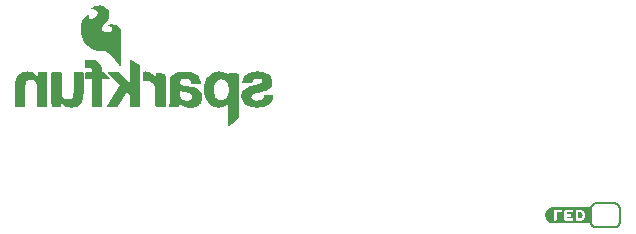
<source format=gbo>
G04 EAGLE Gerber RS-274X export*
G75*
%MOMM*%
%FSLAX34Y34*%
%LPD*%
%INSilkscreen Bottom*%
%IPPOS*%
%AMOC8*
5,1,8,0,0,1.08239X$1,22.5*%
G01*
%ADD10C,0.203200*%

G36*
X145238Y145002D02*
X145238Y145002D01*
X145325Y145005D01*
X145325Y145006D01*
X145326Y145006D01*
X145401Y145047D01*
X145477Y145088D01*
X145477Y145089D01*
X145478Y145089D01*
X145529Y145161D01*
X145577Y145230D01*
X145577Y145231D01*
X145578Y145238D01*
X145604Y145372D01*
X145604Y172972D01*
X145600Y172992D01*
X145601Y173019D01*
X145401Y174619D01*
X145390Y174651D01*
X145382Y174700D01*
X144882Y176100D01*
X144874Y176112D01*
X144870Y176129D01*
X144370Y177229D01*
X144352Y177253D01*
X144336Y177290D01*
X143636Y178290D01*
X143617Y178307D01*
X143606Y178326D01*
X143584Y178342D01*
X143557Y178372D01*
X142657Y179072D01*
X142646Y179077D01*
X142635Y179088D01*
X141735Y179688D01*
X141704Y179700D01*
X141665Y179725D01*
X140665Y180125D01*
X140650Y180127D01*
X140633Y180136D01*
X139633Y180436D01*
X139614Y180437D01*
X139592Y180446D01*
X138492Y180646D01*
X138463Y180645D01*
X138424Y180652D01*
X136724Y180652D01*
X136701Y180647D01*
X136670Y180648D01*
X135970Y180548D01*
X135937Y180535D01*
X135883Y180525D01*
X135393Y180329D01*
X135162Y180252D01*
X135024Y180252D01*
X134855Y180213D01*
X134722Y180103D01*
X134651Y179944D01*
X134657Y179771D01*
X134740Y179619D01*
X134882Y179519D01*
X135003Y179496D01*
X135213Y179356D01*
X135244Y179344D01*
X135332Y179303D01*
X135657Y179222D01*
X135996Y178968D01*
X136012Y178961D01*
X136028Y178946D01*
X136988Y178370D01*
X137322Y178036D01*
X137576Y177612D01*
X137744Y177110D01*
X137744Y176534D01*
X137575Y176028D01*
X137210Y175390D01*
X136763Y174853D01*
X136134Y174404D01*
X135296Y174031D01*
X134285Y173755D01*
X132785Y173849D01*
X131371Y174226D01*
X130285Y174860D01*
X129558Y175860D01*
X129110Y176935D01*
X129199Y178186D01*
X129753Y179571D01*
X131002Y181013D01*
X132693Y182703D01*
X132707Y182725D01*
X132732Y182749D01*
X134032Y184549D01*
X134038Y184564D01*
X134052Y184579D01*
X135052Y186279D01*
X135063Y186316D01*
X135095Y186390D01*
X135495Y188190D01*
X135495Y188223D01*
X135504Y188272D01*
X135504Y189972D01*
X135495Y190010D01*
X135487Y190085D01*
X134987Y191685D01*
X134967Y191719D01*
X134937Y191787D01*
X133837Y193387D01*
X133810Y193412D01*
X133776Y193457D01*
X132076Y194957D01*
X132041Y194976D01*
X131988Y195015D01*
X129688Y196115D01*
X129655Y196122D01*
X129608Y196143D01*
X127408Y196643D01*
X127370Y196643D01*
X127305Y196652D01*
X125305Y196552D01*
X125279Y196544D01*
X125242Y196543D01*
X123442Y196143D01*
X123411Y196129D01*
X123363Y196117D01*
X121863Y195417D01*
X121859Y195414D01*
X121854Y195412D01*
X121320Y195145D01*
X120654Y194812D01*
X120632Y194794D01*
X120596Y194776D01*
X119796Y194176D01*
X119781Y194158D01*
X119755Y194141D01*
X119555Y193941D01*
X119542Y193919D01*
X119522Y193903D01*
X119496Y193846D01*
X119464Y193794D01*
X119461Y193768D01*
X119451Y193744D01*
X119453Y193683D01*
X119447Y193621D01*
X119456Y193597D01*
X119457Y193571D01*
X119487Y193517D01*
X119509Y193459D01*
X119528Y193442D01*
X119540Y193419D01*
X119591Y193384D01*
X119636Y193342D01*
X119661Y193334D01*
X119682Y193319D01*
X119766Y193303D01*
X119802Y193292D01*
X119812Y193294D01*
X119824Y193292D01*
X119924Y193292D01*
X119960Y193300D01*
X120016Y193303D01*
X120402Y193400D01*
X120955Y193492D01*
X121600Y193492D01*
X122339Y193399D01*
X123178Y193120D01*
X123912Y192753D01*
X124552Y192204D01*
X125013Y191651D01*
X125276Y191212D01*
X125444Y190710D01*
X125444Y189634D01*
X125275Y189128D01*
X124903Y188478D01*
X124433Y187819D01*
X123278Y186663D01*
X122619Y186193D01*
X121944Y185807D01*
X121608Y185639D01*
X121172Y185421D01*
X120429Y185143D01*
X119797Y185052D01*
X119302Y185052D01*
X118721Y185301D01*
X118327Y185617D01*
X118076Y186118D01*
X117904Y186634D01*
X117904Y187610D01*
X117985Y187852D01*
X117987Y187873D01*
X117993Y187888D01*
X117992Y187911D01*
X118004Y187972D01*
X118004Y188172D01*
X117990Y188235D01*
X117982Y188299D01*
X117970Y188318D01*
X117965Y188341D01*
X117924Y188391D01*
X117889Y188445D01*
X117869Y188457D01*
X117855Y188474D01*
X117796Y188501D01*
X117741Y188534D01*
X117718Y188536D01*
X117696Y188545D01*
X117632Y188543D01*
X117568Y188548D01*
X117543Y188539D01*
X117523Y188539D01*
X117490Y188520D01*
X117431Y188500D01*
X115731Y187500D01*
X115703Y187473D01*
X115647Y187433D01*
X114047Y185733D01*
X114031Y185704D01*
X113999Y185670D01*
X112599Y183370D01*
X112589Y183338D01*
X112565Y183296D01*
X111565Y180396D01*
X111562Y180368D01*
X111548Y180331D01*
X111048Y177131D01*
X111051Y177098D01*
X111044Y177050D01*
X111244Y173550D01*
X111254Y173519D01*
X111257Y173473D01*
X112257Y169773D01*
X112274Y169741D01*
X112292Y169687D01*
X114292Y166087D01*
X114309Y166069D01*
X114324Y166039D01*
X115724Y164239D01*
X115736Y164229D01*
X115747Y164212D01*
X117247Y162612D01*
X117265Y162600D01*
X117282Y162578D01*
X118982Y161178D01*
X119001Y161169D01*
X119021Y161151D01*
X120921Y159951D01*
X120949Y159941D01*
X120983Y159919D01*
X122983Y159119D01*
X122995Y159117D01*
X123009Y159110D01*
X125209Y158410D01*
X125238Y158407D01*
X125277Y158395D01*
X127677Y158095D01*
X127698Y158097D01*
X127724Y158092D01*
X131477Y158092D01*
X132591Y157813D01*
X133536Y157341D01*
X134593Y156668D01*
X135555Y155802D01*
X136543Y154716D01*
X136544Y154715D01*
X136545Y154714D01*
X137739Y153420D01*
X138935Y152025D01*
X138941Y152021D01*
X138945Y152014D01*
X140144Y150715D01*
X142344Y148315D01*
X143232Y147328D01*
X143924Y146439D01*
X143930Y146433D01*
X143935Y146425D01*
X144527Y145734D01*
X144799Y145371D01*
X144883Y145203D01*
X144884Y145202D01*
X144936Y145139D01*
X144993Y145070D01*
X144994Y145069D01*
X144995Y145069D01*
X145070Y145035D01*
X145152Y144999D01*
X145153Y144998D01*
X145238Y145002D01*
G37*
G36*
X236653Y94103D02*
X236653Y94103D01*
X236725Y94105D01*
X236739Y94113D01*
X236754Y94115D01*
X236869Y94184D01*
X236877Y94188D01*
X236877Y94189D01*
X236878Y94189D01*
X237870Y95082D01*
X238862Y95875D01*
X238868Y95883D01*
X238878Y95889D01*
X239878Y96789D01*
X239884Y96797D01*
X239893Y96803D01*
X240778Y97688D01*
X241762Y98475D01*
X241768Y98483D01*
X241778Y98489D01*
X242777Y99388D01*
X243677Y100188D01*
X243677Y100189D01*
X243678Y100189D01*
X244678Y101089D01*
X244729Y101162D01*
X244777Y101230D01*
X244777Y101231D01*
X244777Y101232D01*
X244779Y101240D01*
X244804Y101372D01*
X244804Y138272D01*
X244802Y138281D01*
X244804Y138291D01*
X244782Y138365D01*
X244765Y138441D01*
X244759Y138448D01*
X244756Y138457D01*
X244704Y138515D01*
X244655Y138574D01*
X244646Y138578D01*
X244639Y138585D01*
X244507Y138643D01*
X242707Y139043D01*
X242687Y139043D01*
X242662Y139050D01*
X241684Y139148D01*
X240807Y139343D01*
X240788Y139343D01*
X240766Y139350D01*
X239886Y139448D01*
X239007Y139643D01*
X239003Y139643D01*
X238999Y139645D01*
X237999Y139845D01*
X237984Y139844D01*
X237966Y139850D01*
X237066Y139950D01*
X236995Y139941D01*
X236923Y139939D01*
X236910Y139931D01*
X236894Y139929D01*
X236834Y139890D01*
X236771Y139856D01*
X236762Y139843D01*
X236749Y139835D01*
X236713Y139773D01*
X236671Y139714D01*
X236668Y139697D01*
X236661Y139685D01*
X236658Y139646D01*
X236644Y139572D01*
X236644Y137141D01*
X236532Y137296D01*
X236521Y137305D01*
X236517Y137313D01*
X236507Y137320D01*
X236493Y137341D01*
X235593Y138241D01*
X235584Y138246D01*
X235577Y138256D01*
X234677Y139056D01*
X234650Y139070D01*
X234620Y139098D01*
X233620Y139698D01*
X233591Y139707D01*
X233554Y139729D01*
X232454Y140129D01*
X232449Y140130D01*
X232444Y140133D01*
X231244Y140533D01*
X231208Y140536D01*
X231153Y140551D01*
X229855Y140651D01*
X228656Y140751D01*
X228627Y140747D01*
X228587Y140750D01*
X225487Y140450D01*
X225455Y140439D01*
X225404Y140433D01*
X222704Y139533D01*
X222671Y139512D01*
X222610Y139486D01*
X220410Y137986D01*
X220387Y137962D01*
X220348Y137934D01*
X218548Y136034D01*
X218531Y136005D01*
X218499Y135970D01*
X217099Y133670D01*
X217089Y133640D01*
X217066Y133601D01*
X216166Y131101D01*
X216164Y131079D01*
X216152Y131052D01*
X215552Y128252D01*
X215553Y128228D01*
X215545Y128197D01*
X215345Y125197D01*
X215348Y125175D01*
X215345Y125145D01*
X215545Y122345D01*
X215552Y122322D01*
X215553Y122290D01*
X216153Y119590D01*
X216163Y119569D01*
X216168Y119539D01*
X217068Y117139D01*
X217086Y117111D01*
X217103Y117068D01*
X218503Y114868D01*
X218522Y114849D01*
X218541Y114818D01*
X220241Y112918D01*
X220272Y112896D01*
X220320Y112851D01*
X222520Y111451D01*
X222552Y111440D01*
X222595Y111414D01*
X225095Y110514D01*
X225131Y110510D01*
X225185Y110494D01*
X228085Y110194D01*
X228114Y110197D01*
X228153Y110193D01*
X229453Y110293D01*
X229468Y110297D01*
X229487Y110297D01*
X230687Y110497D01*
X230699Y110502D01*
X230716Y110503D01*
X231916Y110803D01*
X231942Y110817D01*
X231981Y110826D01*
X233081Y111326D01*
X233091Y111333D01*
X233106Y111338D01*
X234206Y111938D01*
X234220Y111951D01*
X234242Y111961D01*
X235242Y112661D01*
X235266Y112687D01*
X235308Y112719D01*
X236108Y113619D01*
X236112Y113627D01*
X236121Y113634D01*
X236244Y113788D01*
X236244Y94472D01*
X236247Y94457D01*
X236245Y94441D01*
X236267Y94373D01*
X236283Y94303D01*
X236293Y94291D01*
X236298Y94276D01*
X236348Y94225D01*
X236393Y94170D01*
X236408Y94163D01*
X236419Y94152D01*
X236486Y94128D01*
X236552Y94099D01*
X236567Y94099D01*
X236582Y94094D01*
X236653Y94103D01*
G37*
G36*
X204840Y110096D02*
X204840Y110096D01*
X204862Y110094D01*
X205862Y110194D01*
X205881Y110200D01*
X205907Y110201D01*
X207707Y110601D01*
X207722Y110608D01*
X207744Y110611D01*
X208644Y110911D01*
X208664Y110924D01*
X208694Y110932D01*
X209374Y111272D01*
X209494Y111332D01*
X209501Y111338D01*
X209513Y111342D01*
X210213Y111742D01*
X210225Y111754D01*
X210245Y111763D01*
X210945Y112263D01*
X210954Y112272D01*
X210967Y112280D01*
X211567Y112780D01*
X211590Y112810D01*
X211633Y112851D01*
X212125Y113540D01*
X212616Y114129D01*
X212632Y114160D01*
X212664Y114202D01*
X213064Y115002D01*
X213068Y115019D01*
X213080Y115039D01*
X213380Y115839D01*
X213382Y115850D01*
X213388Y115863D01*
X213688Y116863D01*
X213690Y116892D01*
X213702Y116930D01*
X213802Y117830D01*
X213802Y117834D01*
X213803Y117838D01*
X213903Y118938D01*
X213898Y118972D01*
X213901Y119023D01*
X213601Y121223D01*
X213589Y121253D01*
X213583Y121299D01*
X212983Y122999D01*
X212964Y123028D01*
X212944Y123078D01*
X212044Y124478D01*
X212016Y124505D01*
X211970Y124562D01*
X210670Y125662D01*
X210650Y125672D01*
X210630Y125692D01*
X209230Y126592D01*
X209198Y126603D01*
X209158Y126628D01*
X207558Y127228D01*
X207536Y127231D01*
X207511Y127242D01*
X205811Y127642D01*
X205800Y127642D01*
X205787Y127647D01*
X203987Y127947D01*
X203977Y127946D01*
X203966Y127950D01*
X202167Y128150D01*
X200468Y128350D01*
X198904Y128545D01*
X197641Y128934D01*
X196478Y129322D01*
X195680Y129765D01*
X195192Y130415D01*
X195104Y131291D01*
X195104Y131841D01*
X195197Y132394D01*
X195283Y132739D01*
X195654Y133481D01*
X195820Y133730D01*
X196066Y133977D01*
X196315Y134143D01*
X196657Y134313D01*
X197016Y134403D01*
X197046Y134419D01*
X197094Y134432D01*
X197165Y134467D01*
X197414Y134592D01*
X197724Y134592D01*
X197754Y134599D01*
X197799Y134599D01*
X198762Y134792D01*
X200193Y134792D01*
X200755Y134698D01*
X201241Y134601D01*
X201632Y134503D01*
X201640Y134503D01*
X201649Y134499D01*
X202100Y134409D01*
X202433Y134243D01*
X202713Y134056D01*
X202733Y134048D01*
X202754Y134032D01*
X203099Y133860D01*
X203612Y133347D01*
X204161Y132248D01*
X204251Y131797D01*
X204263Y131771D01*
X204271Y131731D01*
X204444Y131299D01*
X204444Y130872D01*
X204455Y130822D01*
X204457Y130771D01*
X204475Y130739D01*
X204483Y130703D01*
X204516Y130664D01*
X204540Y130619D01*
X204570Y130598D01*
X204593Y130570D01*
X204640Y130549D01*
X204682Y130519D01*
X204724Y130511D01*
X204752Y130499D01*
X204782Y130500D01*
X204824Y130492D01*
X212624Y130492D01*
X212701Y130510D01*
X212779Y130525D01*
X212785Y130529D01*
X212793Y130531D01*
X212854Y130582D01*
X212917Y130630D01*
X212921Y130637D01*
X212926Y130641D01*
X212959Y130714D01*
X212994Y130785D01*
X212994Y130793D01*
X212997Y130800D01*
X212996Y130833D01*
X213000Y130930D01*
X212800Y132230D01*
X212795Y132242D01*
X212795Y132247D01*
X212794Y132249D01*
X212793Y132264D01*
X212493Y133464D01*
X212483Y133484D01*
X212477Y133513D01*
X212077Y134513D01*
X212069Y134525D01*
X212064Y134542D01*
X211564Y135542D01*
X211551Y135558D01*
X211540Y135583D01*
X210940Y136483D01*
X210924Y136498D01*
X210910Y136522D01*
X210210Y137322D01*
X210179Y137345D01*
X210135Y137388D01*
X208335Y138588D01*
X208322Y138593D01*
X208309Y138604D01*
X207409Y139104D01*
X207401Y139106D01*
X207394Y139112D01*
X206394Y139612D01*
X206364Y139619D01*
X206324Y139639D01*
X204124Y140239D01*
X204107Y140239D01*
X204087Y140247D01*
X202887Y140447D01*
X202874Y140446D01*
X202858Y140451D01*
X201758Y140551D01*
X201757Y140551D01*
X201756Y140551D01*
X200556Y140651D01*
X200541Y140649D01*
X200524Y140652D01*
X197124Y140652D01*
X197108Y140648D01*
X197086Y140650D01*
X196086Y140550D01*
X196073Y140546D01*
X196056Y140546D01*
X193856Y140146D01*
X193853Y140145D01*
X193849Y140145D01*
X192849Y139945D01*
X192835Y139938D01*
X192815Y139936D01*
X191815Y139636D01*
X191796Y139626D01*
X191770Y139619D01*
X190870Y139219D01*
X190858Y139210D01*
X190839Y139204D01*
X189939Y138704D01*
X189923Y138689D01*
X189896Y138676D01*
X189096Y138076D01*
X189089Y138068D01*
X189077Y138061D01*
X188377Y137461D01*
X188356Y137433D01*
X188320Y137400D01*
X187720Y136600D01*
X187714Y136587D01*
X187702Y136574D01*
X187202Y135774D01*
X187189Y135737D01*
X187160Y135681D01*
X186860Y134681D01*
X186860Y134677D01*
X186857Y134672D01*
X186557Y133572D01*
X186556Y133534D01*
X186544Y133472D01*
X186544Y116610D01*
X186451Y116147D01*
X186452Y116115D01*
X186444Y116072D01*
X186444Y114810D01*
X186351Y114347D01*
X186352Y114315D01*
X186344Y114272D01*
X186344Y113919D01*
X186055Y112764D01*
X186055Y112728D01*
X186044Y112672D01*
X186044Y112434D01*
X185979Y112241D01*
X185808Y111983D01*
X185794Y111947D01*
X185763Y111892D01*
X185672Y111618D01*
X185584Y111442D01*
X185572Y111392D01*
X185551Y111344D01*
X185552Y111309D01*
X185544Y111274D01*
X185555Y111223D01*
X185557Y111171D01*
X185575Y111140D01*
X185583Y111105D01*
X185615Y111065D01*
X185640Y111019D01*
X185669Y110998D01*
X185692Y110971D01*
X185739Y110949D01*
X185782Y110919D01*
X185823Y110911D01*
X185850Y110899D01*
X185881Y110900D01*
X185924Y110892D01*
X193824Y110892D01*
X193874Y110903D01*
X193925Y110905D01*
X193957Y110923D01*
X193993Y110931D01*
X194032Y110964D01*
X194077Y110988D01*
X194098Y111018D01*
X194126Y111041D01*
X194147Y111088D01*
X194177Y111130D01*
X194185Y111172D01*
X194197Y111200D01*
X194196Y111230D01*
X194204Y111272D01*
X194204Y111321D01*
X194233Y111368D01*
X194277Y111430D01*
X194279Y111442D01*
X194284Y111450D01*
X194288Y111487D01*
X194304Y111572D01*
X194304Y111682D01*
X194337Y111747D01*
X194393Y111803D01*
X194433Y111868D01*
X194477Y111930D01*
X194479Y111942D01*
X194484Y111950D01*
X194488Y111987D01*
X194504Y112072D01*
X194504Y112321D01*
X194533Y112368D01*
X194577Y112430D01*
X194579Y112442D01*
X194584Y112450D01*
X194588Y112487D01*
X194604Y112572D01*
X194604Y112882D01*
X194664Y113002D01*
X194668Y113017D01*
X194677Y113030D01*
X194701Y113157D01*
X195055Y112803D01*
X195071Y112793D01*
X195086Y112775D01*
X195586Y112375D01*
X195607Y112365D01*
X195628Y112346D01*
X196128Y112046D01*
X196141Y112042D01*
X196154Y112032D01*
X197954Y111132D01*
X197977Y111126D01*
X198004Y111111D01*
X199204Y110711D01*
X199229Y110709D01*
X199262Y110697D01*
X199840Y110601D01*
X200520Y110406D01*
X200539Y110405D01*
X200562Y110397D01*
X201162Y110297D01*
X201166Y110297D01*
X201170Y110296D01*
X201870Y110196D01*
X201894Y110198D01*
X201924Y110192D01*
X202497Y110192D01*
X203170Y110096D01*
X203194Y110098D01*
X203224Y110092D01*
X204824Y110092D01*
X204840Y110096D01*
G37*
G36*
X142756Y110999D02*
X142756Y110999D01*
X142790Y110997D01*
X142840Y111019D01*
X142893Y111031D01*
X142918Y111052D01*
X142949Y111065D01*
X142996Y111117D01*
X143026Y111141D01*
X143033Y111157D01*
X143047Y111172D01*
X150599Y123371D01*
X153144Y120911D01*
X153144Y111372D01*
X153155Y111322D01*
X153157Y111271D01*
X153175Y111239D01*
X153183Y111203D01*
X153216Y111164D01*
X153240Y111119D01*
X153270Y111098D01*
X153293Y111070D01*
X153340Y111049D01*
X153382Y111019D01*
X153424Y111011D01*
X153452Y110999D01*
X153482Y111000D01*
X153524Y110992D01*
X161324Y110992D01*
X161374Y111003D01*
X161425Y111005D01*
X161457Y111023D01*
X161493Y111031D01*
X161532Y111064D01*
X161577Y111088D01*
X161598Y111118D01*
X161626Y111141D01*
X161647Y111188D01*
X161677Y111230D01*
X161685Y111272D01*
X161697Y111300D01*
X161696Y111330D01*
X161704Y111372D01*
X161704Y146072D01*
X161695Y146114D01*
X161695Y146156D01*
X161675Y146197D01*
X161665Y146241D01*
X161638Y146274D01*
X161619Y146312D01*
X161577Y146347D01*
X161555Y146374D01*
X161532Y146384D01*
X161508Y146405D01*
X153708Y150705D01*
X153651Y150721D01*
X153596Y150745D01*
X153568Y150744D01*
X153541Y150752D01*
X153483Y150741D01*
X153423Y150739D01*
X153398Y150725D01*
X153371Y150720D01*
X153323Y150684D01*
X153271Y150656D01*
X153255Y150633D01*
X153232Y150616D01*
X153205Y150563D01*
X153171Y150514D01*
X153165Y150483D01*
X153154Y150461D01*
X153154Y150425D01*
X153144Y150372D01*
X153144Y130410D01*
X143997Y139837D01*
X143931Y139879D01*
X143866Y139925D01*
X143857Y139926D01*
X143851Y139930D01*
X143817Y139934D01*
X143724Y139952D01*
X134524Y139952D01*
X134496Y139946D01*
X134468Y139948D01*
X134413Y139926D01*
X134355Y139913D01*
X134333Y139895D01*
X134307Y139884D01*
X134267Y139840D01*
X134222Y139803D01*
X134210Y139777D01*
X134191Y139755D01*
X134175Y139698D01*
X134151Y139644D01*
X134152Y139616D01*
X134144Y139589D01*
X134155Y139531D01*
X134157Y139471D01*
X134171Y139446D01*
X134176Y139418D01*
X134222Y139353D01*
X134240Y139319D01*
X134250Y139312D01*
X134259Y139299D01*
X144732Y129120D01*
X133008Y111583D01*
X132981Y111513D01*
X132951Y111444D01*
X132951Y111432D01*
X132947Y111421D01*
X132954Y111346D01*
X132957Y111271D01*
X132963Y111261D01*
X132964Y111249D01*
X133004Y111185D01*
X133040Y111119D01*
X133050Y111112D01*
X133056Y111102D01*
X133120Y111063D01*
X133182Y111019D01*
X133195Y111017D01*
X133204Y111011D01*
X133242Y111008D01*
X133324Y110992D01*
X142724Y110992D01*
X142756Y110999D01*
G37*
G36*
X63874Y111003D02*
X63874Y111003D01*
X63925Y111005D01*
X63957Y111023D01*
X63993Y111031D01*
X64032Y111064D01*
X64077Y111088D01*
X64098Y111118D01*
X64126Y111141D01*
X64147Y111188D01*
X64177Y111230D01*
X64185Y111272D01*
X64197Y111300D01*
X64196Y111330D01*
X64204Y111372D01*
X64204Y127261D01*
X64303Y128934D01*
X64498Y130299D01*
X64783Y131439D01*
X65237Y132347D01*
X65855Y132965D01*
X66688Y133428D01*
X67611Y133797D01*
X68825Y133891D01*
X70154Y133796D01*
X71368Y133422D01*
X72298Y132864D01*
X73122Y132132D01*
X73670Y131127D01*
X74053Y129787D01*
X74345Y128129D01*
X74444Y126162D01*
X74444Y111372D01*
X74455Y111322D01*
X74457Y111271D01*
X74475Y111239D01*
X74483Y111203D01*
X74516Y111164D01*
X74540Y111119D01*
X74570Y111098D01*
X74593Y111070D01*
X74640Y111049D01*
X74682Y111019D01*
X74724Y111011D01*
X74752Y110999D01*
X74782Y111000D01*
X74824Y110992D01*
X82624Y110992D01*
X82674Y111003D01*
X82725Y111005D01*
X82757Y111023D01*
X82793Y111031D01*
X82832Y111064D01*
X82877Y111088D01*
X82898Y111118D01*
X82926Y111141D01*
X82947Y111188D01*
X82977Y111230D01*
X82985Y111272D01*
X82997Y111300D01*
X82996Y111330D01*
X83004Y111372D01*
X83004Y136072D01*
X83003Y136077D01*
X83004Y136083D01*
X82904Y139583D01*
X82892Y139627D01*
X82891Y139673D01*
X82871Y139710D01*
X82860Y139750D01*
X82830Y139785D01*
X82808Y139825D01*
X82774Y139849D01*
X82746Y139881D01*
X82704Y139898D01*
X82666Y139925D01*
X82617Y139934D01*
X82586Y139947D01*
X82559Y139945D01*
X82524Y139952D01*
X75124Y139952D01*
X75074Y139941D01*
X75023Y139939D01*
X74991Y139921D01*
X74955Y139913D01*
X74916Y139880D01*
X74871Y139856D01*
X74850Y139826D01*
X74822Y139803D01*
X74801Y139756D01*
X74771Y139714D01*
X74763Y139672D01*
X74751Y139644D01*
X74752Y139614D01*
X74744Y139572D01*
X74744Y136704D01*
X74532Y136996D01*
X74518Y137007D01*
X74507Y137026D01*
X73607Y138026D01*
X73585Y138042D01*
X73562Y138069D01*
X72562Y138869D01*
X72545Y138877D01*
X72528Y138893D01*
X71428Y139593D01*
X71402Y139602D01*
X71370Y139623D01*
X70170Y140123D01*
X70146Y140127D01*
X70116Y140141D01*
X68916Y140441D01*
X68902Y140441D01*
X68887Y140447D01*
X67687Y140647D01*
X67673Y140646D01*
X67656Y140651D01*
X66456Y140751D01*
X66430Y140747D01*
X66397Y140751D01*
X63597Y140551D01*
X63569Y140543D01*
X63528Y140540D01*
X61228Y139940D01*
X61195Y139923D01*
X61139Y139904D01*
X59339Y138904D01*
X59311Y138878D01*
X59255Y138841D01*
X57855Y137441D01*
X57835Y137409D01*
X57796Y137365D01*
X56796Y135665D01*
X56786Y135630D01*
X56760Y135581D01*
X56160Y133581D01*
X56159Y133562D01*
X56150Y133540D01*
X55750Y131340D01*
X55751Y131317D01*
X55744Y131287D01*
X55644Y128787D01*
X55645Y128780D01*
X55644Y128772D01*
X55644Y111372D01*
X55655Y111322D01*
X55657Y111271D01*
X55675Y111239D01*
X55683Y111203D01*
X55716Y111164D01*
X55740Y111119D01*
X55770Y111098D01*
X55793Y111070D01*
X55840Y111049D01*
X55882Y111019D01*
X55924Y111011D01*
X55952Y110999D01*
X55982Y111000D01*
X56024Y110992D01*
X63824Y110992D01*
X63874Y111003D01*
G37*
G36*
X105751Y110393D02*
X105751Y110393D01*
X105779Y110401D01*
X105820Y110404D01*
X108120Y111004D01*
X108153Y111021D01*
X108209Y111040D01*
X110009Y112040D01*
X110037Y112066D01*
X110093Y112103D01*
X111493Y113503D01*
X111514Y113536D01*
X111560Y113594D01*
X112460Y115294D01*
X112466Y115318D01*
X112483Y115346D01*
X113183Y117346D01*
X113186Y117378D01*
X113201Y117421D01*
X113501Y119621D01*
X113499Y119637D01*
X113504Y119657D01*
X113604Y122157D01*
X113603Y122164D01*
X113604Y122172D01*
X113604Y139572D01*
X113593Y139622D01*
X113591Y139673D01*
X113573Y139705D01*
X113565Y139741D01*
X113532Y139780D01*
X113508Y139825D01*
X113478Y139846D01*
X113455Y139874D01*
X113408Y139895D01*
X113366Y139925D01*
X113324Y139933D01*
X113296Y139945D01*
X113266Y139944D01*
X113224Y139952D01*
X105524Y139952D01*
X105474Y139941D01*
X105423Y139939D01*
X105391Y139921D01*
X105355Y139913D01*
X105316Y139880D01*
X105271Y139856D01*
X105250Y139826D01*
X105222Y139803D01*
X105201Y139756D01*
X105171Y139714D01*
X105163Y139672D01*
X105151Y139644D01*
X105152Y139614D01*
X105144Y139572D01*
X105144Y123683D01*
X105045Y122010D01*
X104852Y120660D01*
X104472Y119518D01*
X104005Y118584D01*
X103469Y117959D01*
X102664Y117423D01*
X101658Y117148D01*
X100521Y117053D01*
X99098Y117148D01*
X97976Y117522D01*
X96954Y118080D01*
X96232Y118802D01*
X95672Y119828D01*
X95193Y121170D01*
X94904Y122805D01*
X94904Y139572D01*
X94893Y139622D01*
X94891Y139673D01*
X94873Y139705D01*
X94865Y139741D01*
X94832Y139780D01*
X94808Y139825D01*
X94778Y139846D01*
X94755Y139874D01*
X94708Y139895D01*
X94666Y139925D01*
X94624Y139933D01*
X94596Y139945D01*
X94566Y139944D01*
X94524Y139952D01*
X86724Y139952D01*
X86674Y139941D01*
X86623Y139939D01*
X86591Y139921D01*
X86555Y139913D01*
X86516Y139880D01*
X86471Y139856D01*
X86450Y139826D01*
X86422Y139803D01*
X86401Y139756D01*
X86371Y139714D01*
X86363Y139672D01*
X86351Y139644D01*
X86352Y139614D01*
X86344Y139572D01*
X86344Y114872D01*
X86345Y114867D01*
X86344Y114861D01*
X86444Y111361D01*
X86456Y111317D01*
X86457Y111271D01*
X86477Y111234D01*
X86488Y111194D01*
X86518Y111159D01*
X86540Y111119D01*
X86574Y111095D01*
X86602Y111063D01*
X86644Y111046D01*
X86682Y111019D01*
X86731Y111010D01*
X86762Y110997D01*
X86789Y110999D01*
X86824Y110992D01*
X94224Y110992D01*
X94274Y111003D01*
X94325Y111005D01*
X94357Y111023D01*
X94393Y111031D01*
X94432Y111064D01*
X94477Y111088D01*
X94498Y111118D01*
X94526Y111141D01*
X94547Y111188D01*
X94577Y111230D01*
X94585Y111272D01*
X94597Y111300D01*
X94596Y111330D01*
X94604Y111372D01*
X94604Y114103D01*
X94716Y113948D01*
X94736Y113932D01*
X94755Y113903D01*
X95755Y112903D01*
X95771Y112893D01*
X95786Y112875D01*
X96786Y112075D01*
X96803Y112067D01*
X96820Y112051D01*
X97920Y111351D01*
X97942Y111343D01*
X97967Y111326D01*
X99067Y110826D01*
X99095Y110820D01*
X99132Y110803D01*
X100332Y110503D01*
X100348Y110503D01*
X100366Y110496D01*
X101666Y110296D01*
X101678Y110297D01*
X101692Y110293D01*
X102892Y110193D01*
X102918Y110197D01*
X102951Y110193D01*
X105751Y110393D01*
G37*
G36*
X262940Y110292D02*
X262940Y110292D01*
X262960Y110298D01*
X262987Y110297D01*
X265387Y110697D01*
X265408Y110706D01*
X265439Y110710D01*
X267639Y111410D01*
X267661Y111423D01*
X267694Y111432D01*
X268335Y111752D01*
X269095Y112132D01*
X269095Y112133D01*
X269694Y112432D01*
X269717Y112451D01*
X269755Y112470D01*
X271455Y113770D01*
X271479Y113799D01*
X271526Y113841D01*
X272826Y115541D01*
X272842Y115576D01*
X272876Y115628D01*
X273776Y117828D01*
X273781Y117863D01*
X273799Y117912D01*
X274199Y120412D01*
X274194Y120492D01*
X274191Y120573D01*
X274188Y120578D01*
X274187Y120585D01*
X274146Y120654D01*
X274108Y120725D01*
X274103Y120729D01*
X274099Y120734D01*
X274032Y120779D01*
X273966Y120825D01*
X273959Y120826D01*
X273955Y120829D01*
X273924Y120833D01*
X273824Y120852D01*
X266424Y120852D01*
X266391Y120845D01*
X266357Y120846D01*
X266308Y120825D01*
X266255Y120813D01*
X266229Y120791D01*
X266198Y120778D01*
X266163Y120737D01*
X266122Y120703D01*
X266108Y120672D01*
X266086Y120646D01*
X266067Y120580D01*
X266051Y120544D01*
X266051Y120535D01*
X266050Y120531D01*
X266050Y120522D01*
X266045Y120506D01*
X265950Y119462D01*
X265590Y118560D01*
X265044Y117832D01*
X264304Y117185D01*
X263475Y116724D01*
X262532Y116441D01*
X261571Y116249D01*
X260408Y116152D01*
X259666Y116152D01*
X258812Y116342D01*
X258057Y116531D01*
X257304Y116907D01*
X256670Y117269D01*
X256156Y117869D01*
X255889Y118580D01*
X255715Y119367D01*
X255880Y120029D01*
X256215Y120615D01*
X256925Y121147D01*
X257147Y121258D01*
X257147Y121259D01*
X257882Y121626D01*
X259047Y122111D01*
X260514Y122503D01*
X262307Y122901D01*
X262311Y122903D01*
X262316Y122903D01*
X265916Y123803D01*
X265923Y123806D01*
X265931Y123807D01*
X267631Y124307D01*
X267645Y124315D01*
X267665Y124319D01*
X269165Y124919D01*
X269181Y124930D01*
X269204Y124937D01*
X270504Y125637D01*
X270528Y125658D01*
X270567Y125680D01*
X271767Y126680D01*
X271789Y126708D01*
X271828Y126744D01*
X272728Y127944D01*
X272744Y127980D01*
X272782Y128044D01*
X273282Y129444D01*
X273286Y129479D01*
X273292Y129496D01*
X273299Y129512D01*
X273299Y129518D01*
X273302Y129528D01*
X273502Y131228D01*
X273498Y131263D01*
X273502Y131317D01*
X273202Y133817D01*
X273192Y133843D01*
X273191Y133868D01*
X273186Y133878D01*
X273183Y133898D01*
X272483Y135898D01*
X272465Y135925D01*
X272419Y136012D01*
X271119Y137612D01*
X271090Y137634D01*
X271052Y137676D01*
X269452Y138876D01*
X269420Y138890D01*
X269378Y138919D01*
X267578Y139719D01*
X267556Y139724D01*
X267528Y139738D01*
X265428Y140338D01*
X265405Y140339D01*
X265375Y140349D01*
X263175Y140649D01*
X263160Y140647D01*
X263141Y140652D01*
X260841Y140752D01*
X260826Y140749D01*
X260807Y140752D01*
X258507Y140652D01*
X258491Y140647D01*
X258470Y140648D01*
X256370Y140348D01*
X256349Y140340D01*
X256320Y140338D01*
X254220Y139738D01*
X254194Y139723D01*
X254154Y139712D01*
X253593Y139432D01*
X252832Y139051D01*
X252354Y138812D01*
X252332Y138794D01*
X252296Y138776D01*
X250696Y137576D01*
X250671Y137546D01*
X250620Y137500D01*
X249420Y135900D01*
X249407Y135871D01*
X249380Y135835D01*
X248480Y133935D01*
X248473Y133900D01*
X248452Y133850D01*
X247952Y131450D01*
X247952Y131447D01*
X247951Y131444D01*
X247954Y131360D01*
X247956Y131276D01*
X247957Y131274D01*
X247957Y131271D01*
X247997Y131197D01*
X248037Y131123D01*
X248039Y131121D01*
X248040Y131119D01*
X248108Y131071D01*
X248177Y131021D01*
X248180Y131021D01*
X248182Y131019D01*
X248324Y130992D01*
X255724Y130992D01*
X255737Y130995D01*
X255751Y130993D01*
X255821Y131014D01*
X255893Y131031D01*
X255903Y131040D01*
X255916Y131044D01*
X255970Y131095D01*
X256026Y131141D01*
X256032Y131154D01*
X256042Y131163D01*
X256097Y131297D01*
X256287Y132248D01*
X256651Y132975D01*
X257105Y133611D01*
X257634Y134052D01*
X257904Y134187D01*
X258352Y134411D01*
X260066Y134792D01*
X261700Y134792D01*
X262473Y134695D01*
X263145Y134599D01*
X263763Y134423D01*
X264282Y134077D01*
X264612Y133747D01*
X264865Y133239D01*
X265034Y132563D01*
X264871Y131744D01*
X264369Y131159D01*
X263539Y130605D01*
X262489Y130128D01*
X261231Y129741D01*
X259749Y129445D01*
X259742Y129441D01*
X259732Y129441D01*
X258145Y129044D01*
X256458Y128746D01*
X256438Y128738D01*
X256411Y128735D01*
X254815Y128236D01*
X253117Y127737D01*
X253103Y127729D01*
X253083Y127725D01*
X251583Y127125D01*
X251560Y127109D01*
X251525Y127096D01*
X250225Y126296D01*
X250208Y126279D01*
X250181Y126264D01*
X248981Y125264D01*
X248957Y125233D01*
X248911Y125188D01*
X248011Y123888D01*
X247997Y123852D01*
X247963Y123792D01*
X247463Y122292D01*
X247460Y122259D01*
X247446Y122214D01*
X247246Y120414D01*
X247250Y120379D01*
X247246Y120327D01*
X247546Y117827D01*
X247559Y117792D01*
X247569Y117737D01*
X248369Y115637D01*
X248391Y115604D01*
X248422Y115541D01*
X249722Y113841D01*
X249746Y113821D01*
X249774Y113786D01*
X251374Y112386D01*
X251407Y112368D01*
X251454Y112332D01*
X253454Y111332D01*
X253484Y111325D01*
X253524Y111305D01*
X255724Y110705D01*
X255740Y110705D01*
X255759Y110697D01*
X258059Y110297D01*
X258081Y110299D01*
X258108Y110292D01*
X260508Y110192D01*
X260522Y110195D01*
X260540Y110192D01*
X262940Y110292D01*
G37*
G36*
X543064Y12230D02*
X543064Y12230D01*
X543072Y12232D01*
X543272Y12732D01*
X543268Y12745D01*
X543275Y12750D01*
X543275Y25650D01*
X543246Y25688D01*
X543244Y25696D01*
X542744Y25896D01*
X542732Y25892D01*
X542731Y25892D01*
X542726Y25899D01*
X511626Y25899D01*
X511579Y25863D01*
X511583Y25858D01*
X511581Y25856D01*
X511587Y25848D01*
X511581Y25840D01*
X511573Y25865D01*
X511528Y25897D01*
X511526Y25899D01*
X510926Y25899D01*
X510922Y25896D01*
X510919Y25899D01*
X509519Y25699D01*
X509516Y25695D01*
X509514Y25695D01*
X509513Y25695D01*
X509510Y25697D01*
X508910Y25497D01*
X508907Y25492D01*
X508904Y25494D01*
X507704Y24894D01*
X507702Y24890D01*
X507699Y24891D01*
X507099Y24491D01*
X507098Y24488D01*
X507095Y24488D01*
X506595Y24088D01*
X506594Y24084D01*
X506591Y24085D01*
X506091Y23585D01*
X506090Y23578D01*
X506085Y23577D01*
X505686Y22979D01*
X505288Y22481D01*
X505287Y22473D01*
X505282Y22472D01*
X504982Y21872D01*
X504983Y21869D01*
X504980Y21867D01*
X504982Y21865D01*
X504979Y21864D01*
X504952Y21769D01*
X504909Y21621D01*
X504895Y21572D01*
X504853Y21424D01*
X504811Y21276D01*
X504797Y21227D01*
X504779Y21165D01*
X504579Y20566D01*
X504581Y20559D01*
X504577Y20557D01*
X504377Y19157D01*
X504383Y19147D01*
X504377Y19142D01*
X504477Y18546D01*
X504477Y17850D01*
X504483Y17842D01*
X504479Y17836D01*
X504679Y17136D01*
X504680Y17135D01*
X504679Y17134D01*
X504879Y16534D01*
X504884Y16531D01*
X504882Y16528D01*
X505482Y15328D01*
X505489Y15325D01*
X505488Y15319D01*
X505888Y14819D01*
X505888Y14818D01*
X506388Y14218D01*
X506395Y14217D01*
X506395Y14212D01*
X507395Y13412D01*
X507399Y13411D01*
X507399Y13409D01*
X507999Y13009D01*
X508003Y13009D01*
X508004Y13006D01*
X508604Y12706D01*
X508609Y12707D01*
X508610Y12703D01*
X509210Y12503D01*
X509217Y12505D01*
X509219Y12501D01*
X509919Y12401D01*
X510618Y12301D01*
X511218Y12201D01*
X511223Y12204D01*
X511226Y12201D01*
X543026Y12201D01*
X543064Y12230D01*
G37*
G36*
X128674Y111003D02*
X128674Y111003D01*
X128725Y111005D01*
X128757Y111023D01*
X128793Y111031D01*
X128832Y111064D01*
X128877Y111088D01*
X128898Y111118D01*
X128926Y111141D01*
X128947Y111188D01*
X128977Y111230D01*
X128985Y111272D01*
X128997Y111300D01*
X128996Y111330D01*
X129004Y111372D01*
X129004Y133992D01*
X136324Y133992D01*
X136349Y133998D01*
X136375Y133995D01*
X136433Y134017D01*
X136493Y134031D01*
X136513Y134048D01*
X136537Y134057D01*
X136579Y134102D01*
X136626Y134141D01*
X136637Y134165D01*
X136654Y134184D01*
X136672Y134243D01*
X136697Y134300D01*
X136696Y134325D01*
X136704Y134350D01*
X136693Y134411D01*
X136691Y134473D01*
X136678Y134495D01*
X136674Y134521D01*
X136626Y134592D01*
X136608Y134625D01*
X136600Y134631D01*
X136593Y134641D01*
X135893Y135341D01*
X135882Y135348D01*
X135871Y135361D01*
X135194Y135942D01*
X134613Y136619D01*
X134592Y136634D01*
X134571Y136661D01*
X133894Y137242D01*
X133313Y137919D01*
X133292Y137934D01*
X133271Y137961D01*
X132582Y138551D01*
X131293Y139841D01*
X131228Y139881D01*
X131166Y139925D01*
X131154Y139927D01*
X131146Y139932D01*
X131109Y139936D01*
X131024Y139952D01*
X129004Y139952D01*
X129004Y141772D01*
X129002Y141781D01*
X129004Y141793D01*
X128904Y143593D01*
X128894Y143627D01*
X128889Y143679D01*
X128389Y145379D01*
X128375Y145404D01*
X128364Y145442D01*
X127664Y146842D01*
X127645Y146866D01*
X127625Y146904D01*
X126625Y148204D01*
X126595Y148229D01*
X126545Y148281D01*
X125145Y149281D01*
X125121Y149291D01*
X125094Y149312D01*
X123494Y150112D01*
X123458Y150121D01*
X123449Y150124D01*
X123441Y150130D01*
X123432Y150132D01*
X123402Y150144D01*
X121502Y150544D01*
X121482Y150544D01*
X121457Y150551D01*
X119157Y150751D01*
X119142Y150749D01*
X119124Y150752D01*
X117624Y150752D01*
X117594Y150745D01*
X117549Y150745D01*
X117086Y150652D01*
X116024Y150652D01*
X115994Y150645D01*
X115949Y150645D01*
X115486Y150552D01*
X115024Y150552D01*
X114974Y150541D01*
X114923Y150539D01*
X114891Y150521D01*
X114855Y150513D01*
X114816Y150480D01*
X114771Y150456D01*
X114750Y150426D01*
X114722Y150403D01*
X114701Y150356D01*
X114671Y150314D01*
X114663Y150272D01*
X114651Y150244D01*
X114651Y150231D01*
X114651Y150230D01*
X114651Y150212D01*
X114644Y150172D01*
X114644Y144372D01*
X114646Y144362D01*
X114644Y144352D01*
X114666Y144278D01*
X114683Y144203D01*
X114690Y144195D01*
X114693Y144185D01*
X114744Y144129D01*
X114793Y144070D01*
X114803Y144065D01*
X114810Y144058D01*
X114881Y144030D01*
X114952Y143999D01*
X114962Y143999D01*
X114972Y143995D01*
X115116Y144003D01*
X115471Y144092D01*
X117224Y144092D01*
X117261Y144100D01*
X117344Y144111D01*
X117586Y144192D01*
X117897Y144192D01*
X118567Y144096D01*
X119132Y144002D01*
X119619Y143840D01*
X119936Y143522D01*
X120183Y143193D01*
X120352Y142684D01*
X120444Y142045D01*
X120444Y139952D01*
X115524Y139952D01*
X115474Y139941D01*
X115423Y139939D01*
X115391Y139921D01*
X115355Y139913D01*
X115316Y139880D01*
X115271Y139856D01*
X115250Y139826D01*
X115222Y139803D01*
X115201Y139756D01*
X115171Y139714D01*
X115163Y139672D01*
X115151Y139644D01*
X115152Y139614D01*
X115144Y139572D01*
X115144Y134372D01*
X115155Y134322D01*
X115157Y134271D01*
X115175Y134239D01*
X115183Y134203D01*
X115216Y134164D01*
X115240Y134119D01*
X115270Y134098D01*
X115293Y134070D01*
X115340Y134049D01*
X115382Y134019D01*
X115424Y134011D01*
X115452Y133999D01*
X115482Y134000D01*
X115524Y133992D01*
X120444Y133992D01*
X120444Y111372D01*
X120455Y111322D01*
X120457Y111271D01*
X120475Y111239D01*
X120483Y111203D01*
X120516Y111164D01*
X120540Y111119D01*
X120570Y111098D01*
X120593Y111070D01*
X120640Y111049D01*
X120682Y111019D01*
X120724Y111011D01*
X120752Y110999D01*
X120782Y111000D01*
X120824Y110992D01*
X128624Y110992D01*
X128674Y111003D01*
G37*
G36*
X182674Y110903D02*
X182674Y110903D01*
X182725Y110905D01*
X182757Y110923D01*
X182793Y110931D01*
X182832Y110964D01*
X182877Y110988D01*
X182898Y111018D01*
X182926Y111041D01*
X182947Y111088D01*
X182977Y111130D01*
X182985Y111172D01*
X182997Y111200D01*
X182996Y111230D01*
X183004Y111272D01*
X183004Y134872D01*
X183003Y134877D01*
X183004Y134883D01*
X182904Y138283D01*
X182903Y138287D01*
X182904Y138291D01*
X182892Y138331D01*
X182891Y138370D01*
X182872Y138406D01*
X182860Y138451D01*
X182857Y138454D01*
X182856Y138457D01*
X182825Y138491D01*
X182808Y138523D01*
X182778Y138544D01*
X182746Y138581D01*
X182742Y138583D01*
X182739Y138585D01*
X182686Y138609D01*
X182666Y138622D01*
X182645Y138627D01*
X182607Y138643D01*
X181707Y138843D01*
X181687Y138843D01*
X181662Y138850D01*
X180684Y138948D01*
X178907Y139343D01*
X178888Y139343D01*
X178866Y139350D01*
X177986Y139448D01*
X177107Y139643D01*
X177103Y139643D01*
X177099Y139645D01*
X176099Y139845D01*
X176084Y139844D01*
X176066Y139850D01*
X175166Y139950D01*
X175095Y139941D01*
X175023Y139939D01*
X175010Y139931D01*
X174994Y139929D01*
X174934Y139890D01*
X174871Y139856D01*
X174862Y139843D01*
X174849Y139835D01*
X174813Y139773D01*
X174771Y139714D01*
X174768Y139697D01*
X174761Y139685D01*
X174758Y139646D01*
X174744Y139572D01*
X174744Y135870D01*
X174732Y135896D01*
X173932Y136996D01*
X173925Y137001D01*
X173925Y137002D01*
X173923Y137003D01*
X173912Y137013D01*
X173893Y137041D01*
X172893Y138041D01*
X172873Y138053D01*
X172852Y138076D01*
X171652Y138976D01*
X171634Y138984D01*
X171616Y139000D01*
X170416Y139700D01*
X170400Y139705D01*
X170383Y139717D01*
X169083Y140317D01*
X169050Y140324D01*
X169004Y140344D01*
X167604Y140644D01*
X167580Y140643D01*
X167549Y140651D01*
X166049Y140751D01*
X166038Y140750D01*
X166024Y140752D01*
X165424Y140752D01*
X165409Y140749D01*
X165394Y140751D01*
X165262Y140714D01*
X165255Y140713D01*
X165255Y140712D01*
X165254Y140712D01*
X165134Y140652D01*
X165024Y140652D01*
X164987Y140644D01*
X164904Y140633D01*
X164662Y140552D01*
X164524Y140552D01*
X164509Y140549D01*
X164494Y140551D01*
X164362Y140514D01*
X164355Y140513D01*
X164355Y140512D01*
X164354Y140512D01*
X164353Y140512D01*
X164154Y140412D01*
X164115Y140380D01*
X164071Y140356D01*
X164050Y140325D01*
X164021Y140301D01*
X164000Y140255D01*
X163971Y140214D01*
X163963Y140171D01*
X163950Y140143D01*
X163952Y140113D01*
X163944Y140072D01*
X163944Y132872D01*
X163949Y132848D01*
X163947Y132823D01*
X163969Y132764D01*
X163983Y132703D01*
X163999Y132684D01*
X164008Y132661D01*
X164054Y132618D01*
X164093Y132570D01*
X164116Y132559D01*
X164135Y132542D01*
X164194Y132524D01*
X164252Y132499D01*
X164277Y132500D01*
X164301Y132492D01*
X164388Y132504D01*
X164425Y132505D01*
X164433Y132510D01*
X164444Y132511D01*
X164686Y132592D01*
X164924Y132592D01*
X164960Y132600D01*
X165016Y132603D01*
X165371Y132692D01*
X166024Y132692D01*
X166060Y132700D01*
X166116Y132703D01*
X166471Y132792D01*
X167105Y132792D01*
X169048Y132597D01*
X170562Y132124D01*
X171876Y131279D01*
X172819Y130242D01*
X173575Y129013D01*
X174054Y127482D01*
X174346Y125828D01*
X174444Y124062D01*
X174444Y111272D01*
X174455Y111222D01*
X174457Y111171D01*
X174475Y111139D01*
X174483Y111103D01*
X174516Y111064D01*
X174540Y111019D01*
X174570Y110998D01*
X174593Y110970D01*
X174640Y110949D01*
X174682Y110919D01*
X174724Y110911D01*
X174752Y110899D01*
X174782Y110900D01*
X174824Y110892D01*
X182624Y110892D01*
X182674Y110903D01*
G37*
%LPC*%
G36*
X228522Y116944D02*
X228522Y116944D01*
X227216Y117504D01*
X226089Y118348D01*
X225252Y119371D01*
X224680Y120707D01*
X224197Y122157D01*
X224003Y123707D01*
X223905Y125372D01*
X224003Y127038D01*
X224197Y128689D01*
X224676Y130126D01*
X225349Y131471D01*
X226196Y132600D01*
X227306Y133433D01*
X228610Y133899D01*
X230323Y134089D01*
X231941Y133899D01*
X233337Y133433D01*
X234348Y132607D01*
X235199Y131471D01*
X235867Y130137D01*
X235974Y129735D01*
X235974Y129734D01*
X236075Y129354D01*
X236177Y128974D01*
X236252Y128690D01*
X236546Y127028D01*
X236643Y125372D01*
X236546Y123718D01*
X236253Y122156D01*
X235867Y120707D01*
X235203Y119380D01*
X234359Y118348D01*
X233236Y117506D01*
X231830Y116944D01*
X230223Y116755D01*
X228522Y116944D01*
G37*
%LPD*%
%LPC*%
G36*
X199962Y116152D02*
X199962Y116152D01*
X199007Y116343D01*
X198267Y116528D01*
X197613Y116902D01*
X197603Y116905D01*
X197594Y116912D01*
X197049Y117185D01*
X196608Y117626D01*
X195856Y118566D01*
X195677Y119013D01*
X195669Y119025D01*
X195664Y119042D01*
X195387Y119596D01*
X195104Y121010D01*
X195104Y124395D01*
X195313Y124256D01*
X195344Y124244D01*
X195432Y124203D01*
X196218Y124007D01*
X196504Y123911D01*
X196525Y123909D01*
X196549Y123899D01*
X197041Y123801D01*
X197832Y123603D01*
X197868Y123603D01*
X197924Y123592D01*
X198377Y123592D01*
X198732Y123503D01*
X198740Y123503D01*
X198749Y123499D01*
X199249Y123399D01*
X199281Y123400D01*
X199324Y123392D01*
X199686Y123392D01*
X200641Y123201D01*
X201032Y123103D01*
X201040Y123103D01*
X201049Y123099D01*
X201541Y123001D01*
X202332Y122803D01*
X202691Y122713D01*
X203054Y122532D01*
X203087Y122524D01*
X203132Y122503D01*
X203491Y122413D01*
X203833Y122243D01*
X204082Y122077D01*
X204629Y121530D01*
X204995Y120981D01*
X205165Y120639D01*
X205253Y120289D01*
X205344Y119834D01*
X205344Y118910D01*
X205253Y118455D01*
X205165Y118105D01*
X204995Y117763D01*
X204629Y117214D01*
X204382Y116968D01*
X204133Y116802D01*
X203778Y116624D01*
X203504Y116533D01*
X203484Y116521D01*
X203467Y116517D01*
X203465Y116515D01*
X203454Y116512D01*
X203091Y116331D01*
X202741Y116243D01*
X202286Y116152D01*
X199962Y116152D01*
G37*
%LPD*%
%LPC*%
G36*
X530642Y14299D02*
X530642Y14299D01*
X530268Y14580D01*
X530075Y15158D01*
X530075Y16330D01*
X532410Y16797D01*
X532691Y16515D01*
X532718Y16512D01*
X532726Y16501D01*
X534126Y16501D01*
X534139Y16510D01*
X534148Y16506D01*
X534748Y16806D01*
X534750Y16810D01*
X534753Y16809D01*
X535353Y17209D01*
X535357Y17219D01*
X535364Y17219D01*
X535764Y17719D01*
X535765Y17732D01*
X535773Y17734D01*
X535973Y18334D01*
X535971Y18341D01*
X535975Y18343D01*
X536075Y19043D01*
X536070Y19052D01*
X536075Y19057D01*
X535975Y19757D01*
X535967Y19765D01*
X535970Y19772D01*
X535670Y20372D01*
X535663Y20375D01*
X535664Y20381D01*
X535264Y20881D01*
X535260Y20882D01*
X535261Y20885D01*
X534761Y21385D01*
X534749Y21386D01*
X534748Y21394D01*
X534548Y21494D01*
X534532Y21491D01*
X534526Y21499D01*
X532426Y21499D01*
X532379Y21463D01*
X532381Y21460D01*
X532377Y21458D01*
X532277Y20858D01*
X532280Y20853D01*
X532277Y20850D01*
X532277Y16891D01*
X530075Y16491D01*
X530075Y22647D01*
X530172Y23323D01*
X530545Y23603D01*
X531329Y23701D01*
X534023Y23701D01*
X534715Y23602D01*
X535307Y23404D01*
X535903Y23107D01*
X536397Y22810D01*
X536989Y22317D01*
X537385Y21723D01*
X537388Y21722D01*
X537388Y21719D01*
X537782Y21226D01*
X537979Y20635D01*
X538178Y19939D01*
X538277Y19346D01*
X538277Y18653D01*
X538178Y17960D01*
X538168Y17927D01*
X538126Y17779D01*
X538084Y17632D01*
X538070Y17582D01*
X538028Y17435D01*
X537985Y17287D01*
X537980Y17268D01*
X537683Y16673D01*
X537387Y16181D01*
X536397Y15191D01*
X535207Y14596D01*
X534615Y14398D01*
X533923Y14299D01*
X530642Y14299D01*
G37*
%LPD*%
%LPC*%
G36*
X521829Y14299D02*
X521829Y14299D01*
X521146Y14397D01*
X520772Y14677D01*
X520675Y15353D01*
X520675Y22846D01*
X520771Y23422D01*
X521142Y23701D01*
X527410Y23701D01*
X527783Y23421D01*
X527976Y22746D01*
X527879Y21973D01*
X527502Y21596D01*
X526922Y21499D01*
X523526Y21499D01*
X523521Y21496D01*
X523518Y21499D01*
X522918Y21399D01*
X522877Y21355D01*
X522880Y21353D01*
X522877Y21350D01*
X522877Y20650D01*
X522886Y20637D01*
X522882Y20628D01*
X523082Y20228D01*
X523119Y20210D01*
X523126Y20201D01*
X525123Y20201D01*
X525813Y20102D01*
X526289Y19912D01*
X526575Y19243D01*
X526479Y18469D01*
X526197Y18093D01*
X525519Y17899D01*
X522926Y17899D01*
X522879Y17863D01*
X522884Y17856D01*
X522877Y17850D01*
X522877Y16550D01*
X522913Y16503D01*
X522920Y16508D01*
X522926Y16501D01*
X527022Y16501D01*
X527598Y16405D01*
X527887Y16020D01*
X527927Y16009D01*
X527934Y16002D01*
X527916Y15998D01*
X527881Y15958D01*
X527879Y15957D01*
X527880Y15957D01*
X527877Y15954D01*
X527882Y15949D01*
X527877Y15944D01*
X527976Y15155D01*
X527785Y14583D01*
X527312Y14299D01*
X521829Y14299D01*
G37*
%LPD*%
%LPC*%
G36*
X512440Y14299D02*
X512440Y14299D01*
X511971Y14581D01*
X511875Y15154D01*
X511875Y23325D01*
X512245Y23603D01*
X513029Y23701D01*
X517722Y23701D01*
X518287Y23607D01*
X518477Y22943D01*
X518477Y22278D01*
X518009Y21997D01*
X517323Y21899D01*
X514126Y21899D01*
X514079Y21863D01*
X514084Y21856D01*
X514077Y21850D01*
X514077Y15753D01*
X513977Y15058D01*
X513882Y14583D01*
X513314Y14299D01*
X512440Y14299D01*
G37*
%LPD*%
D10*
X562864Y29210D02*
X547624Y29210D01*
X567436Y13462D02*
X567434Y13329D01*
X567428Y13196D01*
X567419Y13064D01*
X567405Y12931D01*
X567388Y12799D01*
X567367Y12668D01*
X567342Y12537D01*
X567313Y12408D01*
X567280Y12279D01*
X567244Y12151D01*
X567204Y12024D01*
X567160Y11898D01*
X567113Y11774D01*
X567062Y11651D01*
X567008Y11530D01*
X566950Y11410D01*
X566888Y11292D01*
X566823Y11176D01*
X566755Y11062D01*
X566684Y10950D01*
X566609Y10840D01*
X566531Y10732D01*
X566450Y10626D01*
X566366Y10523D01*
X566279Y10423D01*
X566190Y10325D01*
X566097Y10229D01*
X566001Y10136D01*
X565903Y10047D01*
X565803Y9960D01*
X565700Y9876D01*
X565594Y9795D01*
X565486Y9717D01*
X565376Y9642D01*
X565264Y9571D01*
X565150Y9503D01*
X565034Y9438D01*
X564916Y9376D01*
X564796Y9318D01*
X564675Y9264D01*
X564552Y9213D01*
X564428Y9166D01*
X564302Y9122D01*
X564175Y9082D01*
X564047Y9046D01*
X563918Y9013D01*
X563789Y8984D01*
X563658Y8959D01*
X563527Y8938D01*
X563395Y8921D01*
X563262Y8907D01*
X563130Y8898D01*
X562997Y8892D01*
X562864Y8890D01*
X547624Y8890D02*
X547491Y8892D01*
X547358Y8898D01*
X547226Y8907D01*
X547093Y8921D01*
X546961Y8938D01*
X546830Y8959D01*
X546699Y8984D01*
X546570Y9013D01*
X546441Y9046D01*
X546313Y9082D01*
X546186Y9122D01*
X546060Y9166D01*
X545936Y9213D01*
X545813Y9264D01*
X545692Y9318D01*
X545572Y9376D01*
X545454Y9438D01*
X545338Y9503D01*
X545224Y9571D01*
X545112Y9642D01*
X545002Y9717D01*
X544894Y9795D01*
X544788Y9876D01*
X544685Y9960D01*
X544585Y10047D01*
X544487Y10136D01*
X544391Y10229D01*
X544298Y10325D01*
X544209Y10423D01*
X544122Y10523D01*
X544038Y10626D01*
X543957Y10732D01*
X543879Y10840D01*
X543804Y10950D01*
X543733Y11062D01*
X543665Y11176D01*
X543600Y11292D01*
X543538Y11410D01*
X543480Y11530D01*
X543426Y11651D01*
X543375Y11774D01*
X543328Y11898D01*
X543284Y12024D01*
X543244Y12151D01*
X543208Y12279D01*
X543175Y12408D01*
X543146Y12537D01*
X543121Y12668D01*
X543100Y12799D01*
X543083Y12931D01*
X543069Y13064D01*
X543060Y13196D01*
X543054Y13329D01*
X543052Y13462D01*
X543052Y24638D02*
X543054Y24771D01*
X543060Y24904D01*
X543069Y25036D01*
X543083Y25169D01*
X543100Y25301D01*
X543121Y25432D01*
X543146Y25563D01*
X543175Y25692D01*
X543208Y25821D01*
X543244Y25949D01*
X543284Y26076D01*
X543328Y26202D01*
X543375Y26326D01*
X543426Y26449D01*
X543480Y26570D01*
X543538Y26690D01*
X543600Y26808D01*
X543665Y26924D01*
X543733Y27038D01*
X543804Y27150D01*
X543879Y27260D01*
X543957Y27368D01*
X544038Y27474D01*
X544122Y27577D01*
X544209Y27677D01*
X544298Y27775D01*
X544391Y27871D01*
X544487Y27964D01*
X544585Y28053D01*
X544685Y28140D01*
X544788Y28224D01*
X544894Y28305D01*
X545002Y28383D01*
X545112Y28458D01*
X545224Y28529D01*
X545338Y28597D01*
X545454Y28662D01*
X545572Y28724D01*
X545692Y28782D01*
X545813Y28836D01*
X545936Y28887D01*
X546060Y28934D01*
X546186Y28978D01*
X546313Y29018D01*
X546441Y29054D01*
X546570Y29087D01*
X546699Y29116D01*
X546830Y29141D01*
X546961Y29162D01*
X547093Y29179D01*
X547226Y29193D01*
X547358Y29202D01*
X547491Y29208D01*
X547624Y29210D01*
X562864Y29210D02*
X562997Y29208D01*
X563130Y29202D01*
X563262Y29193D01*
X563395Y29179D01*
X563527Y29162D01*
X563658Y29141D01*
X563789Y29116D01*
X563918Y29087D01*
X564047Y29054D01*
X564175Y29018D01*
X564302Y28978D01*
X564428Y28934D01*
X564552Y28887D01*
X564675Y28836D01*
X564796Y28782D01*
X564916Y28724D01*
X565034Y28662D01*
X565150Y28597D01*
X565264Y28529D01*
X565376Y28458D01*
X565486Y28383D01*
X565594Y28305D01*
X565700Y28224D01*
X565803Y28140D01*
X565903Y28053D01*
X566001Y27964D01*
X566097Y27871D01*
X566190Y27775D01*
X566279Y27677D01*
X566366Y27577D01*
X566450Y27474D01*
X566531Y27368D01*
X566609Y27260D01*
X566684Y27150D01*
X566755Y27038D01*
X566823Y26924D01*
X566888Y26808D01*
X566950Y26690D01*
X567008Y26570D01*
X567062Y26449D01*
X567113Y26326D01*
X567160Y26202D01*
X567204Y26076D01*
X567244Y25949D01*
X567280Y25821D01*
X567313Y25692D01*
X567342Y25563D01*
X567367Y25432D01*
X567388Y25301D01*
X567405Y25169D01*
X567419Y25036D01*
X567428Y24904D01*
X567434Y24771D01*
X567436Y24638D01*
X567436Y13462D01*
X543052Y13462D02*
X543052Y24638D01*
X547624Y8890D02*
X562864Y8890D01*
M02*

</source>
